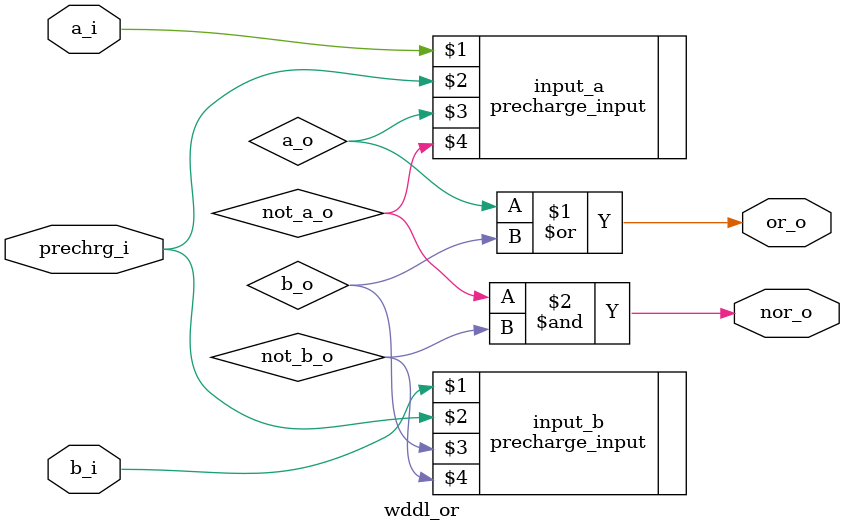
<source format=v>
module wddl_or (
	a_i      , // first input
 	b_i      , // Second input
	prechrg_i    , // precharge evaluate signal input
 	or_o,       // and output
	nor_o
);
 //Input declaration
 input a_i;
 input b_i;
 input prechrg_i;
 //Ouput declaration
 output or_o;
 output nor_o;
 
 //Port Data types
 wire a_o, b_o, not_a_o, not_b_o;

 
  //Code starts here
precharge_input input_a(a_i,prechrg_i,a_o,not_a_o);
precharge_input input_b(b_i,prechrg_i,b_o,not_b_o);

or  or1(or_o,a_o,b_o);
and and1(nor_o,not_a_o,not_b_o);

endmodule // End of Module addbit

</source>
